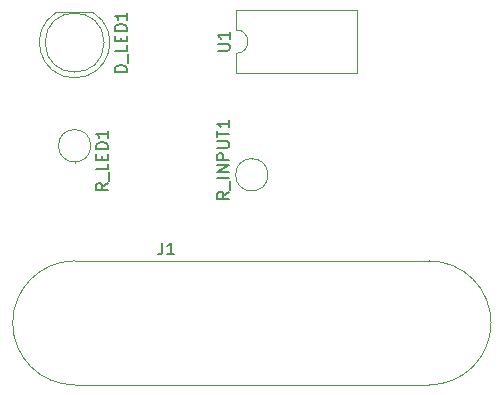
<source format=gbr>
G04 #@! TF.GenerationSoftware,KiCad,Pcbnew,(5.0.1-3-g963ef8bb5)*
G04 #@! TF.CreationDate,2018-11-29T08:41:42-08:00*
G04 #@! TF.ProjectId,Example,4578616D706C652E6B696361645F7063,0.0.1*
G04 #@! TF.SameCoordinates,Original*
G04 #@! TF.FileFunction,Legend,Top*
G04 #@! TF.FilePolarity,Positive*
%FSLAX46Y46*%
G04 Gerber Fmt 4.6, Leading zero omitted, Abs format (unit mm)*
G04 Created by KiCad (PCBNEW (5.0.1-3-g963ef8bb5)) date Thursday, November 29, 2018 at 08:41:42 AM*
%MOMM*%
%LPD*%
G01*
G04 APERTURE LIST*
%ADD10C,0.120000*%
%ADD11C,0.150000*%
G04 APERTURE END LIST*
D10*
G04 #@! TO.C,D_LED1*
X129999538Y-104260000D02*
G75*
G03X131544830Y-98710000I462J2990000D01*
G01*
X130000462Y-104260000D02*
G75*
G02X128455170Y-98710000I-462J2990000D01*
G01*
X132500000Y-101270000D02*
G75*
G03X132500000Y-101270000I-2500000J0D01*
G01*
X131545000Y-98710000D02*
X128455000Y-98710000D01*
G04 #@! TO.C,J1*
X130010000Y-130250000D02*
X160010000Y-130250000D01*
X160010000Y-119750000D02*
X130010000Y-119750000D01*
X160010000Y-130250000D02*
G75*
G03X160010000Y-119750000I0J5250000D01*
G01*
X130010000Y-119750000D02*
G75*
G03X130010000Y-130250000I0J-5250000D01*
G01*
G04 #@! TO.C,R_INPUT1*
X145000000Y-111090000D02*
X145000000Y-111020000D01*
X146370000Y-112460000D02*
G75*
G03X146370000Y-112460000I-1370000J0D01*
G01*
G04 #@! TO.C,R_LED1*
X131370000Y-110000000D02*
G75*
G03X131370000Y-110000000I-1370000J0D01*
G01*
X130000000Y-111370000D02*
X130000000Y-111440000D01*
G04 #@! TO.C,U1*
X143670000Y-100190000D02*
G75*
G02X143670000Y-102190000I0J-1000000D01*
G01*
X143670000Y-102190000D02*
X143670000Y-103840000D01*
X143670000Y-103840000D02*
X153950000Y-103840000D01*
X153950000Y-103840000D02*
X153950000Y-98540000D01*
X153950000Y-98540000D02*
X143670000Y-98540000D01*
X143670000Y-98540000D02*
X143670000Y-100190000D01*
G04 #@! TO.C,D_LED1*
D11*
X134412380Y-103746190D02*
X133412380Y-103746190D01*
X133412380Y-103508095D01*
X133460000Y-103365238D01*
X133555238Y-103270000D01*
X133650476Y-103222380D01*
X133840952Y-103174761D01*
X133983809Y-103174761D01*
X134174285Y-103222380D01*
X134269523Y-103270000D01*
X134364761Y-103365238D01*
X134412380Y-103508095D01*
X134412380Y-103746190D01*
X134507619Y-102984285D02*
X134507619Y-102222380D01*
X134412380Y-101508095D02*
X134412380Y-101984285D01*
X133412380Y-101984285D01*
X133888571Y-101174761D02*
X133888571Y-100841428D01*
X134412380Y-100698571D02*
X134412380Y-101174761D01*
X133412380Y-101174761D01*
X133412380Y-100698571D01*
X134412380Y-100270000D02*
X133412380Y-100270000D01*
X133412380Y-100031904D01*
X133460000Y-99889047D01*
X133555238Y-99793809D01*
X133650476Y-99746190D01*
X133840952Y-99698571D01*
X133983809Y-99698571D01*
X134174285Y-99746190D01*
X134269523Y-99793809D01*
X134364761Y-99889047D01*
X134412380Y-100031904D01*
X134412380Y-100270000D01*
X134412380Y-98746190D02*
X134412380Y-99317619D01*
X134412380Y-99031904D02*
X133412380Y-99031904D01*
X133555238Y-99127142D01*
X133650476Y-99222380D01*
X133698095Y-99317619D01*
G04 #@! TO.C,J1*
X137426666Y-118202380D02*
X137426666Y-118916666D01*
X137379047Y-119059523D01*
X137283809Y-119154761D01*
X137140952Y-119202380D01*
X137045714Y-119202380D01*
X138426666Y-119202380D02*
X137855238Y-119202380D01*
X138140952Y-119202380D02*
X138140952Y-118202380D01*
X138045714Y-118345238D01*
X137950476Y-118440476D01*
X137855238Y-118488095D01*
G04 #@! TO.C,R_INPUT1*
X143082380Y-113904285D02*
X142606190Y-114237619D01*
X143082380Y-114475714D02*
X142082380Y-114475714D01*
X142082380Y-114094761D01*
X142130000Y-113999523D01*
X142177619Y-113951904D01*
X142272857Y-113904285D01*
X142415714Y-113904285D01*
X142510952Y-113951904D01*
X142558571Y-113999523D01*
X142606190Y-114094761D01*
X142606190Y-114475714D01*
X143177619Y-113713809D02*
X143177619Y-112951904D01*
X143082380Y-112713809D02*
X142082380Y-112713809D01*
X143082380Y-112237619D02*
X142082380Y-112237619D01*
X143082380Y-111666190D01*
X142082380Y-111666190D01*
X143082380Y-111190000D02*
X142082380Y-111190000D01*
X142082380Y-110809047D01*
X142130000Y-110713809D01*
X142177619Y-110666190D01*
X142272857Y-110618571D01*
X142415714Y-110618571D01*
X142510952Y-110666190D01*
X142558571Y-110713809D01*
X142606190Y-110809047D01*
X142606190Y-111190000D01*
X142082380Y-110190000D02*
X142891904Y-110190000D01*
X142987142Y-110142380D01*
X143034761Y-110094761D01*
X143082380Y-109999523D01*
X143082380Y-109809047D01*
X143034761Y-109713809D01*
X142987142Y-109666190D01*
X142891904Y-109618571D01*
X142082380Y-109618571D01*
X142082380Y-109285238D02*
X142082380Y-108713809D01*
X143082380Y-108999523D02*
X142082380Y-108999523D01*
X143082380Y-107856666D02*
X143082380Y-108428095D01*
X143082380Y-108142380D02*
X142082380Y-108142380D01*
X142225238Y-108237619D01*
X142320476Y-108332857D01*
X142368095Y-108428095D01*
G04 #@! TO.C,R_LED1*
X132822380Y-113174761D02*
X132346190Y-113508095D01*
X132822380Y-113746190D02*
X131822380Y-113746190D01*
X131822380Y-113365238D01*
X131870000Y-113270000D01*
X131917619Y-113222380D01*
X132012857Y-113174761D01*
X132155714Y-113174761D01*
X132250952Y-113222380D01*
X132298571Y-113270000D01*
X132346190Y-113365238D01*
X132346190Y-113746190D01*
X132917619Y-112984285D02*
X132917619Y-112222380D01*
X132822380Y-111508095D02*
X132822380Y-111984285D01*
X131822380Y-111984285D01*
X132298571Y-111174761D02*
X132298571Y-110841428D01*
X132822380Y-110698571D02*
X132822380Y-111174761D01*
X131822380Y-111174761D01*
X131822380Y-110698571D01*
X132822380Y-110270000D02*
X131822380Y-110270000D01*
X131822380Y-110031904D01*
X131870000Y-109889047D01*
X131965238Y-109793809D01*
X132060476Y-109746190D01*
X132250952Y-109698571D01*
X132393809Y-109698571D01*
X132584285Y-109746190D01*
X132679523Y-109793809D01*
X132774761Y-109889047D01*
X132822380Y-110031904D01*
X132822380Y-110270000D01*
X132822380Y-108746190D02*
X132822380Y-109317619D01*
X132822380Y-109031904D02*
X131822380Y-109031904D01*
X131965238Y-109127142D01*
X132060476Y-109222380D01*
X132108095Y-109317619D01*
G04 #@! TO.C,U1*
X142122380Y-101951904D02*
X142931904Y-101951904D01*
X143027142Y-101904285D01*
X143074761Y-101856666D01*
X143122380Y-101761428D01*
X143122380Y-101570952D01*
X143074761Y-101475714D01*
X143027142Y-101428095D01*
X142931904Y-101380476D01*
X142122380Y-101380476D01*
X143122380Y-100380476D02*
X143122380Y-100951904D01*
X143122380Y-100666190D02*
X142122380Y-100666190D01*
X142265238Y-100761428D01*
X142360476Y-100856666D01*
X142408095Y-100951904D01*
G04 #@! TD*
M02*

</source>
